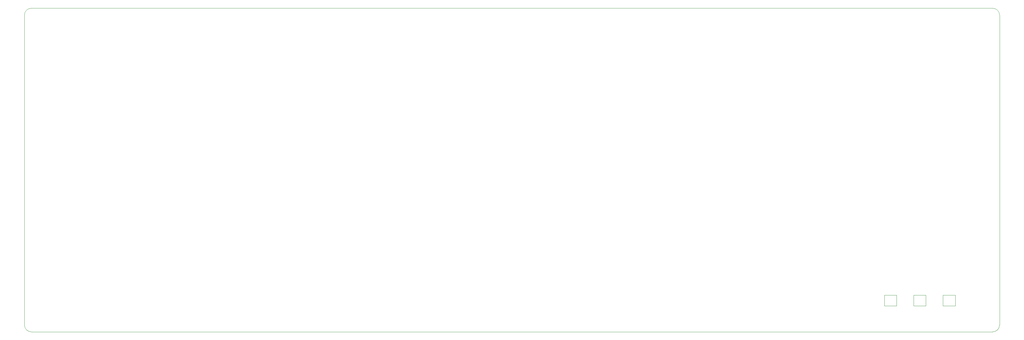
<source format=gbr>
%TF.GenerationSoftware,KiCad,Pcbnew,(6.0.1)*%
%TF.CreationDate,2022-02-05T13:44:02+09:00*%
%TF.ProjectId,yuiop60hh5,7975696f-7036-4306-9868-352e6b696361,5*%
%TF.SameCoordinates,Original*%
%TF.FileFunction,Profile,NP*%
%FSLAX46Y46*%
G04 Gerber Fmt 4.6, Leading zero omitted, Abs format (unit mm)*
G04 Created by KiCad (PCBNEW (6.0.1)) date 2022-02-05 13:44:02*
%MOMM*%
%LPD*%
G01*
G04 APERTURE LIST*
%TA.AperFunction,Profile*%
%ADD10C,0.050000*%
%TD*%
%TA.AperFunction,Profile*%
%ADD11C,0.120000*%
%TD*%
G04 APERTURE END LIST*
D10*
X72000000Y-194610000D02*
X353000000Y-194610000D01*
X70000000Y-102000000D02*
X70000000Y-192610000D01*
X355000000Y-192610000D02*
X355000000Y-102010000D01*
X72000000Y-100000000D02*
G75*
G03*
X70000000Y-102000000I-1J-1999999D01*
G01*
X70000000Y-192610000D02*
G75*
G03*
X72000000Y-194610000I1999999J-1D01*
G01*
X355000000Y-102010000D02*
G75*
G03*
X353000000Y-100010000I-1999999J1D01*
G01*
X353000000Y-194610000D02*
G75*
G03*
X355000000Y-192610000I1J1999999D01*
G01*
X353000000Y-100010000D02*
X72000000Y-100000000D01*
D11*
%TO.C,LED1*%
X321310000Y-186991000D02*
X321310000Y-183891000D01*
X324910000Y-183891000D02*
X324910000Y-186991000D01*
X321310000Y-183891000D02*
X324910000Y-183891000D01*
X324910000Y-186991000D02*
X321310000Y-186991000D01*
%TO.C,LED2*%
X329877000Y-186991000D02*
X329877000Y-183891000D01*
X333477000Y-183891000D02*
X333477000Y-186991000D01*
X333477000Y-186991000D02*
X329877000Y-186991000D01*
X329877000Y-183891000D02*
X333477000Y-183891000D01*
%TO.C,LED3*%
X338443000Y-186991000D02*
X338443000Y-183891000D01*
X342043000Y-186991000D02*
X338443000Y-186991000D01*
X338443000Y-183891000D02*
X342043000Y-183891000D01*
X342043000Y-183891000D02*
X342043000Y-186991000D01*
%TD*%
M02*

</source>
